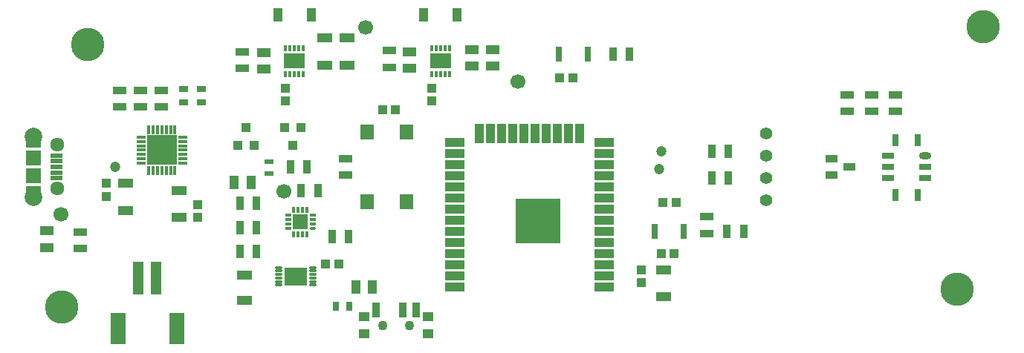
<source format=gts>
G04*
G04 #@! TF.GenerationSoftware,Altium Limited,Altium Designer,18.1.9 (240)*
G04*
G04 Layer_Color=8388736*
%FSLAX25Y25*%
%MOIN*%
G70*
G01*
G75*
%ADD18R,0.03556X0.05918*%
%ADD19R,0.07099X0.04343*%
%ADD20R,0.04343X0.05918*%
%ADD21O,0.03937X0.01181*%
%ADD22R,0.10446X0.08477*%
%ADD23C,0.06693*%
%ADD24R,0.06706X0.14186*%
%ADD25R,0.04737X0.14580*%
%ADD26C,0.04724*%
%ADD27R,0.06154X0.04186*%
%ADD28R,0.05918X0.03556*%
%ADD29R,0.06902X0.06706*%
%ADD30R,0.05709X0.02165*%
%ADD31R,0.05524X0.03162*%
%ADD32O,0.05524X0.03162*%
%ADD33R,0.03162X0.05524*%
%ADD34R,0.20485X0.20485*%
%ADD35R,0.08674X0.04343*%
%ADD36R,0.04343X0.08674*%
%ADD37R,0.04370X0.01457*%
%ADD38R,0.01457X0.04370*%
%ADD39R,0.13189X0.13189*%
%ADD40R,0.03950X0.03950*%
%ADD41R,0.03162X0.04343*%
%ADD42R,0.05918X0.06902*%
%ADD43R,0.06693X0.06693*%
%ADD44O,0.02756X0.01378*%
%ADD45R,0.02756X0.01378*%
%ADD46R,0.01378X0.02756*%
%ADD47R,0.03950X0.04343*%
%ADD48R,0.01339X0.02756*%
%ADD49R,0.09794X0.06894*%
%ADD50R,0.02965X0.06706*%
%ADD51R,0.03950X0.03950*%
%ADD52R,0.05918X0.04343*%
%ADD53R,0.04343X0.03162*%
%ADD54R,0.05446X0.03202*%
%ADD55R,0.03556X0.06706*%
%ADD56R,0.04737X0.03950*%
%ADD57R,0.03950X0.01981*%
%ADD58C,0.14961*%
%ADD59C,0.07887*%
%ADD60C,0.06343*%
%ADD61C,0.05512*%
%ADD62C,0.04343*%
D18*
X134547Y-10846D02*
D03*
X127067D02*
D03*
X140945Y-31284D02*
D03*
X148425D02*
D03*
X311221Y-4921D02*
D03*
X318701D02*
D03*
X318701Y6890D02*
D03*
X311221D02*
D03*
X107087Y-16535D02*
D03*
X99606D02*
D03*
X122228Y-0D02*
D03*
X129709D02*
D03*
X325590Y-28937D02*
D03*
X318110D02*
D03*
X274410Y50484D02*
D03*
X266929D02*
D03*
X107087Y-38189D02*
D03*
X99606D02*
D03*
Y-27362D02*
D03*
X107087D02*
D03*
D19*
X147673Y57874D02*
D03*
Y45669D02*
D03*
X137795Y57874D02*
D03*
Y45669D02*
D03*
X101575Y-48622D02*
D03*
Y-60039D02*
D03*
X289567Y-58465D02*
D03*
Y-46260D02*
D03*
X72244Y-22835D02*
D03*
Y-10630D02*
D03*
X48228Y-19685D02*
D03*
Y-7480D02*
D03*
D20*
X97146Y-7087D02*
D03*
X104626D02*
D03*
X151575Y-53937D02*
D03*
X159055D02*
D03*
X196850Y68405D02*
D03*
X181890D02*
D03*
X116732D02*
D03*
X131693D02*
D03*
D21*
X132480Y-53150D02*
D03*
Y-51575D02*
D03*
Y-50000D02*
D03*
Y-48425D02*
D03*
Y-46850D02*
D03*
Y-45276D02*
D03*
X117126D02*
D03*
Y-46850D02*
D03*
Y-48425D02*
D03*
Y-50000D02*
D03*
Y-51575D02*
D03*
Y-53150D02*
D03*
D22*
X124803Y-49213D02*
D03*
D23*
X119291Y-11024D02*
D03*
X19291Y-21260D02*
D03*
X224213Y38386D02*
D03*
X155965Y62598D02*
D03*
D24*
X44882Y-72835D02*
D03*
X71260D02*
D03*
D25*
X54134Y-50197D02*
D03*
X62008D02*
D03*
D26*
X287795Y-1181D02*
D03*
X288583Y6890D02*
D03*
X43807Y-106D02*
D03*
D27*
X12992Y-28839D02*
D03*
Y-36516D02*
D03*
D28*
X27953Y-29331D02*
D03*
Y-36811D02*
D03*
X393701Y32283D02*
D03*
Y24803D02*
D03*
X309055Y-29921D02*
D03*
Y-22441D02*
D03*
X146850Y-3740D02*
D03*
Y3740D02*
D03*
X166535Y44685D02*
D03*
Y52165D02*
D03*
X54921Y26969D02*
D03*
Y34449D02*
D03*
X45630Y26969D02*
D03*
Y34449D02*
D03*
X64213Y26969D02*
D03*
Y34449D02*
D03*
X382874Y32283D02*
D03*
Y24803D02*
D03*
X372047Y32283D02*
D03*
Y24803D02*
D03*
X100787Y44291D02*
D03*
Y51772D02*
D03*
D29*
X6890Y-12008D02*
D03*
Y12008D02*
D03*
Y-3937D02*
D03*
Y3937D02*
D03*
D30*
X17421Y-5118D02*
D03*
Y-2559D02*
D03*
Y0D02*
D03*
Y2559D02*
D03*
Y5118D02*
D03*
D31*
X407087Y-5079D02*
D03*
Y-79D02*
D03*
X390354Y4921D02*
D03*
Y-79D02*
D03*
Y-5079D02*
D03*
D32*
X407087Y4921D02*
D03*
D33*
X403721Y11969D02*
D03*
X393721D02*
D03*
Y-12598D02*
D03*
X403721D02*
D03*
D34*
X233465Y-24409D02*
D03*
D35*
X262992Y-53937D02*
D03*
Y-48937D02*
D03*
Y-43937D02*
D03*
Y-38937D02*
D03*
Y-33937D02*
D03*
Y-28937D02*
D03*
Y-23937D02*
D03*
Y-18937D02*
D03*
Y-13937D02*
D03*
Y-8937D02*
D03*
Y-3937D02*
D03*
Y1063D02*
D03*
Y6063D02*
D03*
Y11063D02*
D03*
X196063D02*
D03*
Y6063D02*
D03*
Y1063D02*
D03*
Y-3937D02*
D03*
Y-8937D02*
D03*
Y-13937D02*
D03*
Y-18937D02*
D03*
Y-23937D02*
D03*
Y-28937D02*
D03*
Y-33937D02*
D03*
Y-38937D02*
D03*
Y-43937D02*
D03*
Y-48937D02*
D03*
Y-53937D02*
D03*
D36*
X252028Y15000D02*
D03*
X247028D02*
D03*
X242028D02*
D03*
X237028D02*
D03*
X232028D02*
D03*
X227028D02*
D03*
X222028D02*
D03*
X217028D02*
D03*
X212028D02*
D03*
X207028D02*
D03*
D37*
X55276Y13386D02*
D03*
Y11417D02*
D03*
Y9449D02*
D03*
Y7480D02*
D03*
Y5512D02*
D03*
Y3543D02*
D03*
Y1575D02*
D03*
X73858D02*
D03*
Y3543D02*
D03*
Y5512D02*
D03*
Y7480D02*
D03*
Y9449D02*
D03*
Y11417D02*
D03*
Y13386D02*
D03*
D38*
X58661Y-1811D02*
D03*
X60630D02*
D03*
X62598D02*
D03*
X64567D02*
D03*
X66535D02*
D03*
X68504D02*
D03*
X70473D02*
D03*
Y16772D02*
D03*
X68504D02*
D03*
X66535D02*
D03*
X64567D02*
D03*
X62598D02*
D03*
X60630D02*
D03*
X58661D02*
D03*
D39*
X64567Y7480D02*
D03*
D40*
X289370Y-16142D02*
D03*
X295276D02*
D03*
X169488Y25591D02*
D03*
X163583D02*
D03*
X288583Y-38937D02*
D03*
X294488D02*
D03*
X249035Y39894D02*
D03*
X243130D02*
D03*
X143898Y-43719D02*
D03*
X137992D02*
D03*
D41*
X148622Y-62598D02*
D03*
X142717D02*
D03*
D42*
X156693Y-15650D02*
D03*
Y15650D02*
D03*
X174409Y-15650D02*
D03*
Y15650D02*
D03*
D43*
X126772Y-24803D02*
D03*
D44*
X132283Y-27756D02*
D03*
D45*
Y-25787D02*
D03*
Y-23819D02*
D03*
Y-21850D02*
D03*
X121260D02*
D03*
Y-23819D02*
D03*
Y-25787D02*
D03*
Y-27756D02*
D03*
D46*
X129724Y-19291D02*
D03*
X127756D02*
D03*
X125787D02*
D03*
X123819D02*
D03*
Y-30315D02*
D03*
X125787D02*
D03*
X127756D02*
D03*
X129724D02*
D03*
D47*
X119685Y17559D02*
D03*
X127165D02*
D03*
X123425Y9685D02*
D03*
X106102D02*
D03*
X98622D02*
D03*
X102362Y17559D02*
D03*
D48*
X127953Y53346D02*
D03*
X125984D02*
D03*
X124016D02*
D03*
X122047D02*
D03*
X120079D02*
D03*
Y41746D02*
D03*
X122047D02*
D03*
X124016D02*
D03*
X125984D02*
D03*
X127953D02*
D03*
X193701D02*
D03*
X191732D02*
D03*
X189764D02*
D03*
X187795D02*
D03*
X185827D02*
D03*
Y53346D02*
D03*
X187795D02*
D03*
X189764D02*
D03*
X191732D02*
D03*
X193701D02*
D03*
D49*
X124016Y47546D02*
D03*
X189764D02*
D03*
D50*
X285728Y-29134D02*
D03*
X298524D02*
D03*
X242835Y50484D02*
D03*
X255630D02*
D03*
D51*
X185827Y35433D02*
D03*
Y29528D02*
D03*
X279724Y-46260D02*
D03*
Y-52165D02*
D03*
X120079Y35433D02*
D03*
Y29528D02*
D03*
X80709Y-16929D02*
D03*
Y-22835D02*
D03*
X39764Y-7480D02*
D03*
Y-13386D02*
D03*
D52*
X212992Y45177D02*
D03*
Y52658D02*
D03*
X203543Y45177D02*
D03*
Y52658D02*
D03*
X175591Y51772D02*
D03*
Y44291D02*
D03*
X110236Y51378D02*
D03*
Y43898D02*
D03*
D53*
X74410Y28937D02*
D03*
Y34843D02*
D03*
X82284Y34843D02*
D03*
Y28937D02*
D03*
D54*
X365059Y3602D02*
D03*
Y-3602D02*
D03*
X373130Y0D02*
D03*
D55*
X172638Y-64370D02*
D03*
X160827D02*
D03*
X178543D02*
D03*
D56*
X155315Y-75059D02*
D03*
X184055D02*
D03*
X155315Y-67461D02*
D03*
X184055D02*
D03*
D57*
X112779Y-2953D02*
D03*
Y2165D02*
D03*
D58*
X421260Y-55118D02*
D03*
X433071Y62992D02*
D03*
X31496Y55118D02*
D03*
X19685Y-62992D02*
D03*
D59*
X6890Y-13780D02*
D03*
Y13780D02*
D03*
D60*
X17520Y-9843D02*
D03*
Y9843D02*
D03*
D61*
X335630Y14921D02*
D03*
Y4921D02*
D03*
Y-5079D02*
D03*
Y-15079D02*
D03*
D62*
X163779Y-71260D02*
D03*
X175591D02*
D03*
M02*

</source>
